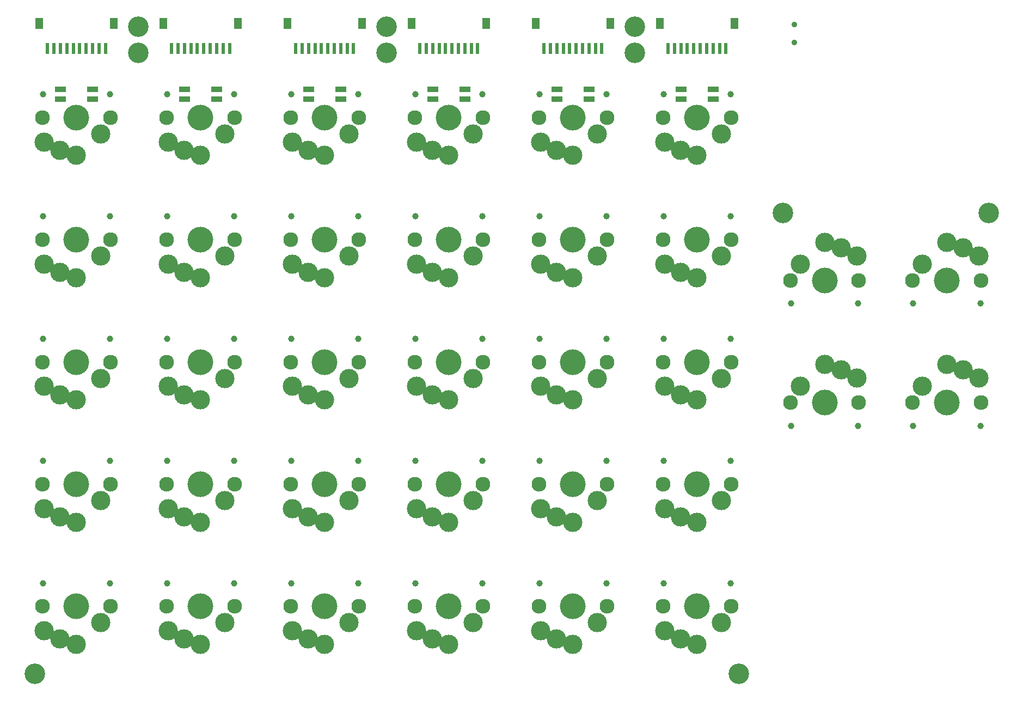
<source format=gts>
G04 #@! TF.GenerationSoftware,KiCad,Pcbnew,7.0.8*
G04 #@! TF.CreationDate,2023-11-08T21:34:38-08:00*
G04 #@! TF.ProjectId,Seismos_5CoreStencil,53656973-6d6f-4735-9f35-436f72655374,rev?*
G04 #@! TF.SameCoordinates,Original*
G04 #@! TF.FileFunction,Soldermask,Top*
G04 #@! TF.FilePolarity,Negative*
%FSLAX46Y46*%
G04 Gerber Fmt 4.6, Leading zero omitted, Abs format (unit mm)*
G04 Created by KiCad (PCBNEW 7.0.8) date 2023-11-08 21:34:38*
%MOMM*%
%LPD*%
G01*
G04 APERTURE LIST*
%ADD10C,3.200000*%
%ADD11C,2.300000*%
%ADD12C,1.000000*%
%ADD13C,3.000000*%
%ADD14C,4.000000*%
%ADD15R,1.200000X1.800000*%
%ADD16R,0.600000X1.700000*%
%ADD17R,1.803400X0.812800*%
%ADD18C,0.900000*%
G04 APERTURE END LIST*
D10*
X126500000Y-22000000D03*
X87900000Y-22000000D03*
X49300000Y-22000000D03*
D11*
X34350000Y-112100000D03*
D12*
X34430000Y-108484200D03*
D13*
X34650000Y-115900000D03*
X37110000Y-117180000D03*
D14*
X39650000Y-112100000D03*
D13*
X39650000Y-118000000D03*
X43460000Y-114640000D03*
D12*
X44870000Y-108484200D03*
D11*
X44950000Y-112100000D03*
X34350000Y-55100000D03*
D12*
X34430000Y-51484200D03*
D13*
X34650000Y-58900000D03*
X37110000Y-60180000D03*
D14*
X39650000Y-55100000D03*
D13*
X39650000Y-61000000D03*
X43460000Y-57640000D03*
D12*
X44870000Y-51484200D03*
D11*
X44950000Y-55100000D03*
X34350000Y-93100000D03*
D12*
X34430000Y-89484200D03*
D13*
X34650000Y-96900000D03*
X37110000Y-98180000D03*
D14*
X39650000Y-93100000D03*
D13*
X39650000Y-99000000D03*
X43460000Y-95640000D03*
D12*
X44870000Y-89484200D03*
D11*
X44950000Y-93100000D03*
D15*
X33850000Y-21510000D03*
X45450000Y-21510000D03*
D16*
X35150000Y-25385000D03*
X36150000Y-25385000D03*
X37150000Y-25385000D03*
X38150000Y-25385000D03*
X39150000Y-25385000D03*
X40150000Y-25385000D03*
X41150000Y-25385000D03*
X42150000Y-25385000D03*
X43150000Y-25386000D03*
X44150000Y-25386000D03*
D10*
X33150000Y-122600000D03*
D11*
X34350000Y-36100000D03*
D12*
X34430000Y-32484200D03*
D13*
X34650000Y-39900000D03*
X37110000Y-41180000D03*
D14*
X39650000Y-36100000D03*
D13*
X39650000Y-42000000D03*
X43460000Y-38640000D03*
D12*
X44870000Y-32484200D03*
D11*
X44950000Y-36100000D03*
X34350000Y-74100000D03*
D12*
X34430000Y-70484200D03*
D13*
X34650000Y-77900000D03*
X37110000Y-79180000D03*
D14*
X39650000Y-74100000D03*
D13*
X39650000Y-80000000D03*
X43460000Y-76640000D03*
D12*
X44870000Y-70484200D03*
D11*
X44950000Y-74100000D03*
X53650000Y-112100000D03*
D12*
X53730000Y-108484200D03*
D13*
X53950000Y-115900000D03*
X56410000Y-117180000D03*
D14*
X58950000Y-112100000D03*
D13*
X58950000Y-118000000D03*
X62760000Y-114640000D03*
D12*
X64170000Y-108484200D03*
D11*
X64250000Y-112100000D03*
X53650000Y-55100000D03*
D12*
X53730000Y-51484200D03*
D13*
X53950000Y-58900000D03*
X56410000Y-60180000D03*
D14*
X58950000Y-55100000D03*
D13*
X58950000Y-61000000D03*
X62760000Y-57640000D03*
D12*
X64170000Y-51484200D03*
D11*
X64250000Y-55100000D03*
X53650000Y-93100000D03*
D12*
X53730000Y-89484200D03*
D13*
X53950000Y-96900000D03*
X56410000Y-98180000D03*
D14*
X58950000Y-93100000D03*
D13*
X58950000Y-99000000D03*
X62760000Y-95640000D03*
D12*
X64170000Y-89484200D03*
D11*
X64250000Y-93100000D03*
D15*
X53150000Y-21510000D03*
X64750000Y-21510000D03*
D16*
X54450000Y-25385000D03*
X55450000Y-25385000D03*
X56450000Y-25385000D03*
X57450000Y-25385000D03*
X58450000Y-25385000D03*
X59450000Y-25385000D03*
X60450000Y-25385000D03*
X61450000Y-25385000D03*
X62450000Y-25386000D03*
X63450000Y-25386000D03*
D11*
X53650000Y-36100000D03*
D12*
X53730000Y-32484200D03*
D13*
X53950000Y-39900000D03*
X56410000Y-41180000D03*
D14*
X58950000Y-36100000D03*
D13*
X58950000Y-42000000D03*
X62760000Y-38640000D03*
D12*
X64170000Y-32484200D03*
D11*
X64250000Y-36100000D03*
X53650000Y-74100000D03*
D12*
X53730000Y-70484200D03*
D13*
X53950000Y-77900000D03*
X56410000Y-79180000D03*
D14*
X58950000Y-74100000D03*
D13*
X58950000Y-80000000D03*
X62760000Y-76640000D03*
D12*
X64170000Y-70484200D03*
D11*
X64250000Y-74100000D03*
X72950000Y-112100000D03*
D12*
X73030000Y-108484200D03*
D13*
X73250000Y-115900000D03*
X75710000Y-117180000D03*
D14*
X78250000Y-112100000D03*
D13*
X78250000Y-118000000D03*
X82060000Y-114640000D03*
D12*
X83470000Y-108484200D03*
D11*
X83550000Y-112100000D03*
X72950000Y-55100000D03*
D12*
X73030000Y-51484200D03*
D13*
X73250000Y-58900000D03*
X75710000Y-60180000D03*
D14*
X78250000Y-55100000D03*
D13*
X78250000Y-61000000D03*
X82060000Y-57640000D03*
D12*
X83470000Y-51484200D03*
D11*
X83550000Y-55100000D03*
X72950000Y-93100000D03*
D12*
X73030000Y-89484200D03*
D13*
X73250000Y-96900000D03*
X75710000Y-98180000D03*
D14*
X78250000Y-93100000D03*
D13*
X78250000Y-99000000D03*
X82060000Y-95640000D03*
D12*
X83470000Y-89484200D03*
D11*
X83550000Y-93100000D03*
D15*
X72450000Y-21510000D03*
X84050000Y-21510000D03*
D16*
X73750000Y-25385000D03*
X74750000Y-25385000D03*
X75750000Y-25385000D03*
X76750000Y-25385000D03*
X77750000Y-25385000D03*
X78750000Y-25385000D03*
X79750000Y-25385000D03*
X80750000Y-25385000D03*
X81750000Y-25386000D03*
X82750000Y-25386000D03*
D11*
X72950000Y-36100000D03*
D12*
X73030000Y-32484200D03*
D13*
X73250000Y-39900000D03*
X75710000Y-41180000D03*
D14*
X78250000Y-36100000D03*
D13*
X78250000Y-42000000D03*
X82060000Y-38640000D03*
D12*
X83470000Y-32484200D03*
D11*
X83550000Y-36100000D03*
X72950000Y-74100000D03*
D12*
X73030000Y-70484200D03*
D13*
X73250000Y-77900000D03*
X75710000Y-79180000D03*
D14*
X78250000Y-74100000D03*
D13*
X78250000Y-80000000D03*
X82060000Y-76640000D03*
D12*
X83470000Y-70484200D03*
D11*
X83550000Y-74100000D03*
X92250000Y-112100000D03*
D12*
X92330000Y-108484200D03*
D13*
X92550000Y-115900000D03*
X95010000Y-117180000D03*
D14*
X97550000Y-112100000D03*
D13*
X97550000Y-118000000D03*
X101360000Y-114640000D03*
D12*
X102770000Y-108484200D03*
D11*
X102850000Y-112100000D03*
X92250000Y-55100000D03*
D12*
X92330000Y-51484200D03*
D13*
X92550000Y-58900000D03*
X95010000Y-60180000D03*
D14*
X97550000Y-55100000D03*
D13*
X97550000Y-61000000D03*
X101360000Y-57640000D03*
D12*
X102770000Y-51484200D03*
D11*
X102850000Y-55100000D03*
X92250000Y-93100000D03*
D12*
X92330000Y-89484200D03*
D13*
X92550000Y-96900000D03*
X95010000Y-98180000D03*
D14*
X97550000Y-93100000D03*
D13*
X97550000Y-99000000D03*
X101360000Y-95640000D03*
D12*
X102770000Y-89484200D03*
D11*
X102850000Y-93100000D03*
D15*
X91750000Y-21510000D03*
X103350000Y-21510000D03*
D16*
X93050000Y-25385000D03*
X94050000Y-25385000D03*
X95050000Y-25385000D03*
X96050000Y-25385000D03*
X97050000Y-25385000D03*
X98050000Y-25385000D03*
X99050000Y-25385000D03*
X100050000Y-25385000D03*
X101050000Y-25386000D03*
X102050000Y-25386000D03*
D11*
X92250000Y-36100000D03*
D12*
X92330000Y-32484200D03*
D13*
X92550000Y-39900000D03*
X95010000Y-41180000D03*
D14*
X97550000Y-36100000D03*
D13*
X97550000Y-42000000D03*
X101360000Y-38640000D03*
D12*
X102770000Y-32484200D03*
D11*
X102850000Y-36100000D03*
X92250000Y-74100000D03*
D12*
X92330000Y-70484200D03*
D13*
X92550000Y-77900000D03*
X95010000Y-79180000D03*
D14*
X97550000Y-74100000D03*
D13*
X97550000Y-80000000D03*
X101360000Y-76640000D03*
D12*
X102770000Y-70484200D03*
D11*
X102850000Y-74100000D03*
X111550000Y-112100000D03*
D12*
X111630000Y-108484200D03*
D13*
X111850000Y-115900000D03*
X114310000Y-117180000D03*
D14*
X116850000Y-112100000D03*
D13*
X116850000Y-118000000D03*
X120660000Y-114640000D03*
D12*
X122070000Y-108484200D03*
D11*
X122150000Y-112100000D03*
X111550000Y-55100000D03*
D12*
X111630000Y-51484200D03*
D13*
X111850000Y-58900000D03*
X114310000Y-60180000D03*
D14*
X116850000Y-55100000D03*
D13*
X116850000Y-61000000D03*
X120660000Y-57640000D03*
D12*
X122070000Y-51484200D03*
D11*
X122150000Y-55100000D03*
X111550000Y-93100000D03*
D12*
X111630000Y-89484200D03*
D13*
X111850000Y-96900000D03*
X114310000Y-98180000D03*
D14*
X116850000Y-93100000D03*
D13*
X116850000Y-99000000D03*
X120660000Y-95640000D03*
D12*
X122070000Y-89484200D03*
D11*
X122150000Y-93100000D03*
D15*
X111050000Y-21510000D03*
X122650000Y-21510000D03*
D16*
X112350000Y-25385000D03*
X113350000Y-25385000D03*
X114350000Y-25385000D03*
X115350000Y-25385000D03*
X116350000Y-25385000D03*
X117350000Y-25385000D03*
X118350000Y-25385000D03*
X119350000Y-25385000D03*
X120350000Y-25386000D03*
X121350000Y-25386000D03*
D11*
X111550000Y-36100000D03*
D12*
X111630000Y-32484200D03*
D13*
X111850000Y-39900000D03*
X114310000Y-41180000D03*
D14*
X116850000Y-36100000D03*
D13*
X116850000Y-42000000D03*
X120660000Y-38640000D03*
D12*
X122070000Y-32484200D03*
D11*
X122150000Y-36100000D03*
X111550000Y-74100000D03*
D12*
X111630000Y-70484200D03*
D13*
X111850000Y-77900000D03*
X114310000Y-79180000D03*
D14*
X116850000Y-74100000D03*
D13*
X116850000Y-80000000D03*
X120660000Y-76640000D03*
D12*
X122070000Y-70484200D03*
D11*
X122150000Y-74100000D03*
D10*
X142650000Y-122600000D03*
D11*
X130850000Y-74100000D03*
D12*
X130930000Y-70484200D03*
D13*
X131150000Y-77900000D03*
X133610000Y-79180000D03*
D14*
X136150000Y-74100000D03*
D13*
X136150000Y-80000000D03*
X139960000Y-76640000D03*
D12*
X141370000Y-70484200D03*
D11*
X141450000Y-74100000D03*
X130850000Y-93100000D03*
D12*
X130930000Y-89484200D03*
D13*
X131150000Y-96900000D03*
X133610000Y-98180000D03*
D14*
X136150000Y-93100000D03*
D13*
X136150000Y-99000000D03*
X139960000Y-95640000D03*
D12*
X141370000Y-89484200D03*
D11*
X141450000Y-93100000D03*
X130850000Y-112100000D03*
D12*
X130930000Y-108484200D03*
D13*
X131150000Y-115900000D03*
X133610000Y-117180000D03*
D14*
X136150000Y-112100000D03*
D13*
X136150000Y-118000000D03*
X139960000Y-114640000D03*
D12*
X141370000Y-108484200D03*
D11*
X141450000Y-112100000D03*
X130850000Y-55100000D03*
D12*
X130930000Y-51484200D03*
D13*
X131150000Y-58900000D03*
X133610000Y-60180000D03*
D14*
X136150000Y-55100000D03*
D13*
X136150000Y-61000000D03*
X139960000Y-57640000D03*
D12*
X141370000Y-51484200D03*
D11*
X141450000Y-55100000D03*
X130850000Y-36100000D03*
D12*
X130930000Y-32484200D03*
D13*
X131150000Y-39900000D03*
X133610000Y-41180000D03*
D14*
X136150000Y-36100000D03*
D13*
X136150000Y-42000000D03*
X139960000Y-38640000D03*
D12*
X141370000Y-32484200D03*
D11*
X141450000Y-36100000D03*
D15*
X130350000Y-21510000D03*
X141950000Y-21510000D03*
D16*
X131650000Y-25385000D03*
X132650000Y-25385000D03*
X133650000Y-25385000D03*
X134650000Y-25385000D03*
X135650000Y-25385000D03*
X136650000Y-25385000D03*
X137650000Y-25385000D03*
X138650000Y-25385000D03*
X139650000Y-25386000D03*
X140650000Y-25386000D03*
D11*
X150700000Y-80400000D03*
D12*
X150780000Y-84015800D03*
D13*
X152190000Y-77860000D03*
X156000000Y-74500000D03*
D14*
X156000000Y-80400000D03*
D13*
X158540000Y-75320000D03*
X161000000Y-76600000D03*
D12*
X161220000Y-84015800D03*
D11*
X161300000Y-80400000D03*
X169700000Y-80400000D03*
D12*
X169780000Y-84015800D03*
D13*
X171190000Y-77860000D03*
X175000000Y-74500000D03*
D14*
X175000000Y-80400000D03*
D13*
X177540000Y-75320000D03*
X180000000Y-76600000D03*
D12*
X180220000Y-84015800D03*
D11*
X180300000Y-80400000D03*
X150700000Y-61400000D03*
D12*
X150780000Y-65015800D03*
D13*
X152190000Y-58860000D03*
X156000000Y-55500000D03*
D14*
X156000000Y-61400000D03*
D13*
X158540000Y-56320000D03*
X161000000Y-57600000D03*
D12*
X161220000Y-65015800D03*
D11*
X161300000Y-61400000D03*
X169700000Y-61400000D03*
D12*
X169780000Y-65015800D03*
D13*
X171190000Y-58860000D03*
X175000000Y-55500000D03*
D14*
X175000000Y-61400000D03*
D13*
X177540000Y-56320000D03*
X180000000Y-57600000D03*
D12*
X180220000Y-65015800D03*
D11*
X180300000Y-61400000D03*
D10*
X149500000Y-50900000D03*
X181500000Y-50900000D03*
X87900000Y-26000000D03*
X49300000Y-26000000D03*
X126500000Y-26000000D03*
D17*
X37148100Y-33249300D03*
X37148100Y-31750700D03*
X42151900Y-31750700D03*
X42151900Y-33249300D03*
X133648100Y-33249300D03*
X133648100Y-31750700D03*
X138651900Y-31750700D03*
X138651900Y-33249300D03*
X95048100Y-33249300D03*
X95048100Y-31750700D03*
X100051900Y-31750700D03*
X100051900Y-33249300D03*
X75748100Y-33249300D03*
X75748100Y-31750700D03*
X80751900Y-31750700D03*
X80751900Y-33249300D03*
D18*
X151287500Y-21649500D03*
X151287500Y-24449500D03*
D17*
X114348100Y-33249300D03*
X114348100Y-31750700D03*
X119351900Y-31750700D03*
X119351900Y-33249300D03*
X56448100Y-33249300D03*
X56448100Y-31750700D03*
X61451900Y-31750700D03*
X61451900Y-33249300D03*
M02*

</source>
